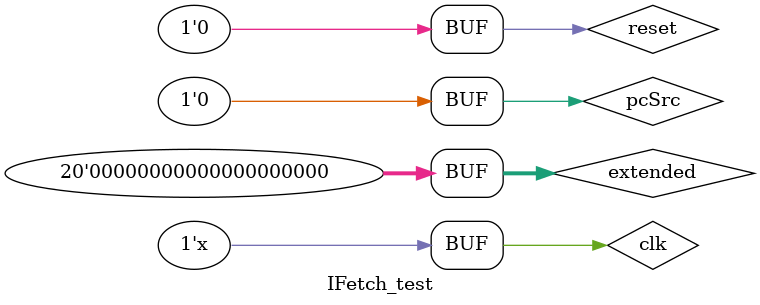
<source format=v>
`timescale 1ns / 1ps


module IFetch_test;

	// Inputs
	reg pcSrc;
	reg clk;
	reg reset;
	reg [19:0] extended;

	// Outputs
	wire [19:0] instruction;

	// Instantiate the Unit Under Test (UUT)
	IFetch uut (
		.pcSrc(pcSrc), 
		.clk(clk), 
		.reset(reset), 
		.extended(extended), 
		.instruction(instruction)
	);

	initial begin
		// Initialize Inputs
		pcSrc = 0;
		clk = 0;
		reset = 0;
		extended = 0;

		// Wait 100 ns for global reset to finish
		#100;
        
		// Add stimulus here
		
		pcSrc = 0;
		reset = 1;
		extended = 0;
		#100;
		
		pcSrc = 0;
		reset = 0;
		extended = 0;
		#100;
		
		pcSrc = 0;
		reset = 0;
		extended = 0;
		#100;
		
		pcSrc = 0;
		reset = 0;
		extended = 0;
		#100;
		
		pcSrc = 0;
		reset = 0;
		extended = 0;
		#100;
		
		pcSrc = 0;
		reset = 1;
		extended = 0;
		#100;
		
		pcSrc = 0;
		reset = 0;
		extended = 0;
		#100;
		
		pcSrc = 1;
		reset = 0;
		extended = 2;
		#100;
		
		pcSrc = 0;
		reset = 0;
		extended = 0;
		#100;

	end
	always #50 clk = ~clk;
      
endmodule


</source>
